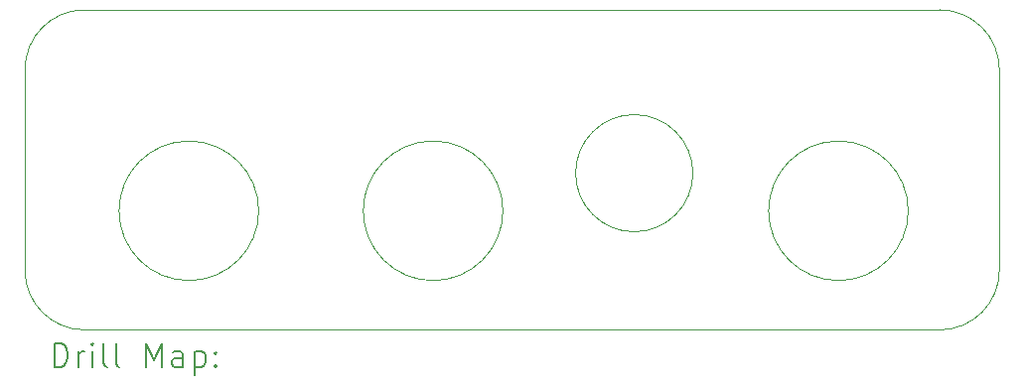
<source format=gbr>
%FSLAX45Y45*%
G04 Gerber Fmt 4.5, Leading zero omitted, Abs format (unit mm)*
G04 Created by KiCad (PCBNEW 6.0.5+dfsg-1~bpo11+1) date 2023-01-30 19:57:19*
%MOMM*%
%LPD*%
G01*
G04 APERTURE LIST*
%TA.AperFunction,Profile*%
%ADD10C,0.100000*%
%TD*%
%ADD11C,0.200000*%
G04 APERTURE END LIST*
D10*
X13549300Y-10668000D02*
G75*
G03*
X13549300Y-10668000I-595300J0D01*
G01*
X19862800Y-9461500D02*
G75*
G03*
X19354800Y-8953500I-508000J0D01*
G01*
X11557000Y-11176000D02*
G75*
G03*
X12065000Y-11684000I508000J0D01*
G01*
X19086500Y-10668000D02*
G75*
G03*
X19086500Y-10668000I-595300J0D01*
G01*
X19354800Y-11684000D02*
G75*
G03*
X19862800Y-11176000I0J508000D01*
G01*
X17250709Y-10346731D02*
G75*
G03*
X17250709Y-10346731I-500000J0D01*
G01*
X12065000Y-8953500D02*
G75*
G03*
X11557000Y-9461500I0J-508000D01*
G01*
X12065000Y-8953500D02*
X19354800Y-8953500D01*
X15631009Y-10668000D02*
G75*
G03*
X15631009Y-10668000I-595300J0D01*
G01*
X11557000Y-9461500D02*
X11557000Y-11176000D01*
X12065000Y-11684000D02*
X19354800Y-11684000D01*
X19862800Y-11176000D02*
X19862800Y-9461500D01*
D11*
X11809619Y-11999476D02*
X11809619Y-11799476D01*
X11857238Y-11799476D01*
X11885809Y-11809000D01*
X11904857Y-11828048D01*
X11914381Y-11847095D01*
X11923905Y-11885190D01*
X11923905Y-11913762D01*
X11914381Y-11951857D01*
X11904857Y-11970905D01*
X11885809Y-11989952D01*
X11857238Y-11999476D01*
X11809619Y-11999476D01*
X12009619Y-11999476D02*
X12009619Y-11866143D01*
X12009619Y-11904238D02*
X12019143Y-11885190D01*
X12028667Y-11875667D01*
X12047714Y-11866143D01*
X12066762Y-11866143D01*
X12133428Y-11999476D02*
X12133428Y-11866143D01*
X12133428Y-11799476D02*
X12123905Y-11809000D01*
X12133428Y-11818524D01*
X12142952Y-11809000D01*
X12133428Y-11799476D01*
X12133428Y-11818524D01*
X12257238Y-11999476D02*
X12238190Y-11989952D01*
X12228667Y-11970905D01*
X12228667Y-11799476D01*
X12362000Y-11999476D02*
X12342952Y-11989952D01*
X12333428Y-11970905D01*
X12333428Y-11799476D01*
X12590571Y-11999476D02*
X12590571Y-11799476D01*
X12657238Y-11942333D01*
X12723905Y-11799476D01*
X12723905Y-11999476D01*
X12904857Y-11999476D02*
X12904857Y-11894714D01*
X12895333Y-11875667D01*
X12876286Y-11866143D01*
X12838190Y-11866143D01*
X12819143Y-11875667D01*
X12904857Y-11989952D02*
X12885809Y-11999476D01*
X12838190Y-11999476D01*
X12819143Y-11989952D01*
X12809619Y-11970905D01*
X12809619Y-11951857D01*
X12819143Y-11932809D01*
X12838190Y-11923286D01*
X12885809Y-11923286D01*
X12904857Y-11913762D01*
X13000095Y-11866143D02*
X13000095Y-12066143D01*
X13000095Y-11875667D02*
X13019143Y-11866143D01*
X13057238Y-11866143D01*
X13076286Y-11875667D01*
X13085809Y-11885190D01*
X13095333Y-11904238D01*
X13095333Y-11961381D01*
X13085809Y-11980428D01*
X13076286Y-11989952D01*
X13057238Y-11999476D01*
X13019143Y-11999476D01*
X13000095Y-11989952D01*
X13181048Y-11980428D02*
X13190571Y-11989952D01*
X13181048Y-11999476D01*
X13171524Y-11989952D01*
X13181048Y-11980428D01*
X13181048Y-11999476D01*
X13181048Y-11875667D02*
X13190571Y-11885190D01*
X13181048Y-11894714D01*
X13171524Y-11885190D01*
X13181048Y-11875667D01*
X13181048Y-11894714D01*
M02*

</source>
